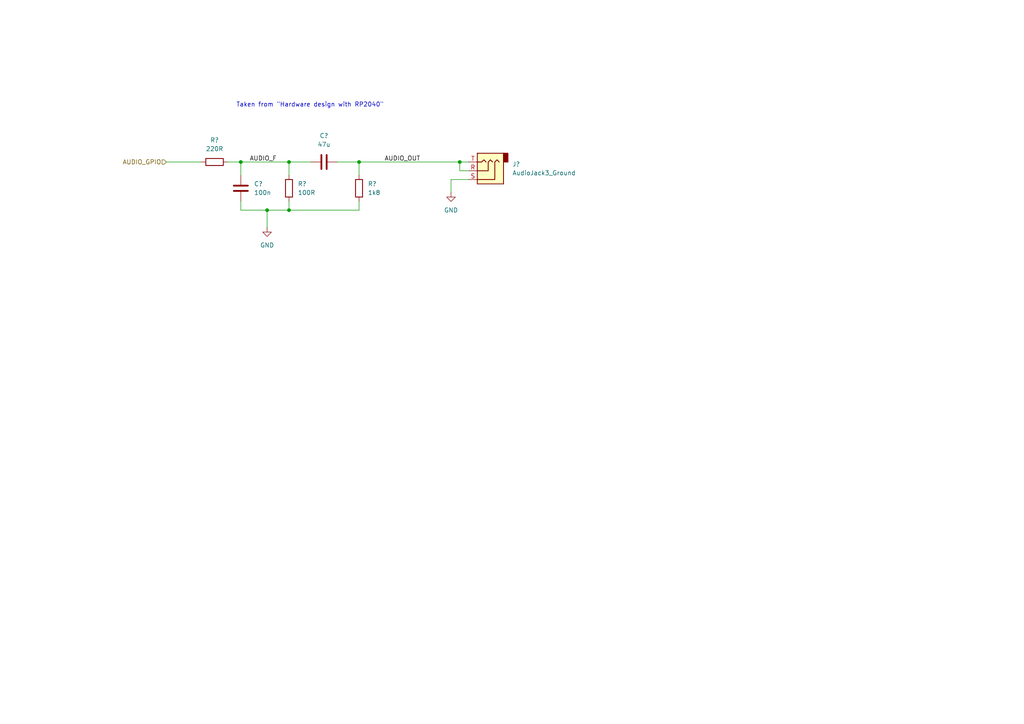
<source format=kicad_sch>
(kicad_sch (version 20231120) (generator "eeschema") (generator_version "8.0")
  (paper "A4")
  (lib_symbols
    (symbol "Connector_Audio:AudioJack3"
      (property "Reference" "J" (at 0 8.89 0))
      (property "Value" "AudioJack3" (at 0 6.35 0))
      (symbol "AudioJack3_0_1"
        (rectangle (start -5.08 -5.08) (end -6.35 -2.54) (stroke (width 0.254)) (fill (type outline)))
        (polyline (pts (xy 0 -2.54) (xy 0.635 -3.175) (xy 1.27 -2.54) (xy 2.54 -2.54)) (stroke (width 0.254)))
        (polyline (pts (xy -1.905 -2.54) (xy -1.27 -3.175) (xy -0.635 -2.54) (xy -0.635 0) (xy 2.54 0)) (stroke (width 0.254)))
        (polyline (pts (xy 2.54 2.54) (xy -2.54 2.54) (xy -2.54 -2.54) (xy -3.175 -3.175) (xy -3.81 -2.54)) (stroke (width 0.254)))
        (rectangle (start 2.54 3.81) (end -5.08 -5.08) (stroke (width 0.254)) (fill (type background)))
      )
      (symbol "AudioJack3_1_1"
        (pin passive line (at 5.08 0 180) (length 2.54) (name "~") (number "R"))
        (pin passive line (at 5.08 2.54 180) (length 2.54) (name "~") (number "S"))
        (pin passive line (at 5.08 -2.54 180) (length 2.54) (name "~") (number "T"))
      )
    )
    (symbol "Device:C" (pin_numbers hide) (pin_names (offset 0.254))
      (property "Reference" "C" (at 0.635 2.54 0))
      (property "Value" "C" (at 0.635 -2.54 0))
      (symbol "C_0_1"
        (polyline (pts (xy -2.032 -0.762) (xy 2.032 -0.762)) (stroke (width 0.508)))
        (polyline (pts (xy -2.032 0.762) (xy 2.032 0.762)) (stroke (width 0.508)))
      )
      (symbol "C_1_1"
        (pin passive line (at 0 3.81 270) (length 2.794) (name "~") (number "1"))
        (pin passive line (at 0 -3.81 90) (length 2.794) (name "~") (number "2"))
      )
    )
    (symbol "Device:R" (pin_numbers hide) (pin_names (offset 0))
      (property "Reference" "R" (at 2.032 0 90))
      (property "Value" "R" (at 0 0 90))
      (symbol "R_0_1"
        (rectangle (start -1.016 -2.54) (end 1.016 2.54) (stroke (width 0.254)))
      )
      (symbol "R_1_1"
        (pin passive line (at 0 3.81 270) (length 1.27) (name "~") (number "1"))
        (pin passive line (at 0 -3.81 90) (length 1.27) (name "~") (number "2"))
      )
    )
    (symbol "power:GND" (power) (pin_numbers hide) (pin_names (offset 0) hide)
      (property "Value" "GND" (at 0 -3.81 0))
      (symbol "GND_0_1"
        (polyline (pts (xy 0 0) (xy 0 -1.27) (xy 1.27 -1.27) (xy 0 -2.54) (xy -1.27 -1.27) (xy 0 -1.27)))
      )
      (symbol "GND_1_1"
        (pin power_in line (at 0 0 270) (length 0) (name "~") (number "1"))
      )
    )
  )
  (junction (at 83.82 60.96))
  (junction (at 83.82 46.99))
  (junction (at 69.85 46.99))
  (junction (at 104.14 46.99))
  (junction (at 77.47 60.96))
  (junction (at 133.35 46.99))
  (wire (pts (xy 48.26 46.99) (xy 58.42 46.99)))
  (wire (pts (xy 83.82 60.96) (xy 104.14 60.96)))
  (wire (pts (xy 133.35 46.99) (xy 135.89 46.99)))
  (wire (pts (xy 83.82 58.42) (xy 83.82 60.96)))
  (wire (pts (xy 83.82 46.99) (xy 83.82 50.8)))
  (wire (pts (xy 77.47 66.04) (xy 77.47 60.96)))
  (wire (pts (xy 69.85 46.99) (xy 83.82 46.99)))
  (wire (pts (xy 69.85 46.99) (xy 69.85 50.8)))
  (wire (pts (xy 130.81 52.07) (xy 130.81 55.88)))
  (wire (pts (xy 135.89 49.53) (xy 133.35 49.53)))
  (wire (pts (xy 135.89 52.07) (xy 130.81 52.07)))
  (wire (pts (xy 66.04 46.99) (xy 69.85 46.99)))
  (wire (pts (xy 104.14 60.96) (xy 104.14 58.42)))
  (wire (pts (xy 104.14 46.99) (xy 104.14 50.8)))
  (wire (pts (xy 83.82 46.99) (xy 90.17 46.99)))
  (wire (pts (xy 69.85 58.42) (xy 69.85 60.96)))
  (wire (pts (xy 97.79 46.99) (xy 104.14 46.99)))
  (wire (pts (xy 69.85 60.96) (xy 77.47 60.96)))
  (wire (pts (xy 133.35 49.53) (xy 133.35 46.99)))
  (wire (pts (xy 104.14 46.99) (xy 133.35 46.99)))
  (wire (pts (xy 77.47 60.96) (xy 83.82 60.96)))
  (text "Taken from \"Hardware design with RP2040\"" (at 89.916 30.48 0) (effects (font (size 1.27 1.27))))
  (label "AUDIO_F" (at 72.39 46.99 0))
  (label "AUDIO_OUT" (at 121.92 46.99 180))
  (hierarchical_label "AUDIO_GPIO" (shape input) (at 48.26 46.99 180))
  (symbol (lib_id "Device:C") (at 93.98 46.99 90) (unit 1)
    (property "Reference" "C?" (at 93.98 39.37 90))
    (property "Value" "47u" (at 93.98 41.91 90))
    (property "Footprint" "Capacitor_SMD:C_0805_2012Metric" (effects (hide yes)))
    (property "Description" "Unpolarized capacitor" (effects (hide yes)))
    (property "LCSC" "C16780" (effects (hide yes)))
  )
  (symbol (lib_id "Connector_Audio:AudioJack3") (at 140.97 49.53 180) (unit 1)
    (property "Reference" "J?" (at 148.59 47.6249 0) (effects (justify right)))
    (property "Value" "AudioJack3_Ground" (at 148.59 50.1649 0) (effects (justify right)))
    (property "Footprint" "led-matrix:3.5mm-audio-jack" (effects (hide yes)))
    (property "Description" "Audio Jack, 3 Poles (Stereo / TRS)" (effects (hide yes)))
  )
  (symbol (lib_id "power:GND") (at 77.47 66.04 0) (unit 1)
    (property "Reference" "#PWR057" (effects (hide yes)))
    (property "Value" "GND" (at 77.47 71.12 0))
    (property "Description" "Power symbol creates a global label with name \"GND\" , ground" (effects (hide yes)))
  )
  (symbol (lib_id "Device:R") (at 83.82 54.61 180) (unit 1)
    (property "Reference" "R?" (at 86.36 53.3399 0) (effects (justify right)))
    (property "Value" "100R" (at 86.36 55.8799 0) (effects (justify right)))
    (property "Footprint" "Resistor_SMD:R_0402_1005Metric" (effects (hide yes)))
    (property "Description" "Resistor" (effects (hide yes)))
    (property "LCSC" "C25076" (effects (hide yes)))
  )
  (symbol (lib_id "Device:R") (at 104.14 54.61 180) (unit 1)
    (property "Reference" "R?" (at 106.68 53.3399 0) (effects (justify right)))
    (property "Value" "1k8" (at 106.68 55.8799 0) (effects (justify right)))
    (property "Footprint" "Resistor_SMD:R_0603_1608Metric" (effects (hide yes)))
    (property "Description" "Resistor" (effects (hide yes)))
    (property "LCSC" "C4177" (effects (hide yes)))
  )
  (symbol (lib_id "Device:C") (at 69.85 54.61 0) (unit 1)
    (property "Reference" "C?" (at 73.66 53.3399 0) (effects (justify left)))
    (property "Value" "100n" (at 73.66 55.8799 0) (effects (justify left)))
    (property "Footprint" "Capacitor_SMD:C_0402_1005Metric" (effects (hide yes)))
    (property "Description" "Unpolarized capacitor" (effects (hide yes)))
    (property "LCSC" "C307331" (effects (hide yes)))
  )
  (symbol (lib_id "Device:R") (at 62.23 46.99 90) (mirror x) (unit 1)
    (property "Reference" "R?" (at 62.23 40.64 90))
    (property "Value" "220R" (at 62.23 43.18 90))
    (property "Footprint" "Resistor_SMD:R_0402_1005Metric" (effects (hide yes)))
    (property "Description" "Resistor" (effects (hide yes)))
    (property "LCSC" "C25091" (effects (hide yes)))
  )
  (symbol (lib_id "power:GND") (at 130.81 55.88 0) (unit 1)
    (property "Reference" "#PWR058" (effects (hide yes)))
    (property "Value" "GND" (at 130.81 60.96 0))
    (property "Description" "Power symbol creates a global label with name \"GND\" , ground" (effects (hide yes)))
  )
)
</source>
